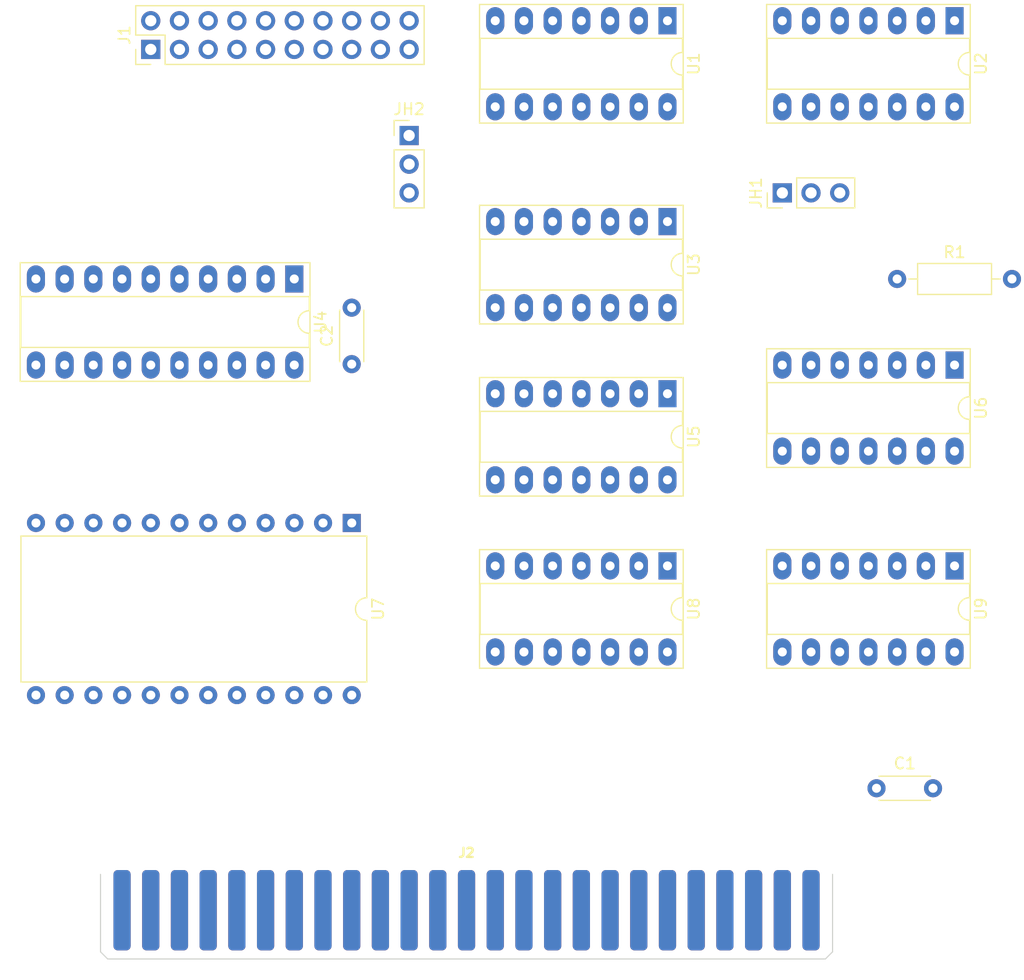
<source format=kicad_pcb>
(kicad_pcb (version 20221018) (generator pcbnew)
  (layers (0 "F.Cu" signal) (31 "B.Cu" signal) (34 "B.Paste" user) (35 "F.Paste" user) (36 "B.SilkS" user "B.Silkscreen") (37 "F.SilkS" user "F.Silkscreen") (38 "B.Mask" user) (39 "F.Mask" user) (44 "Edge.Cuts" user))
  (net 0 "")
  (net 1 "+5V")
  (net 2 "GND")
  (net 3 "/PRT_ACK")
  (net 4 "/PRT_STROBE")
  (net 5 "/PRT_D0")
  (net 6 "/PRT_D1")
  (net 12 "/PRT_D2")
  (net 14 "/PRT_D3")
  (net 15 "/PRT_D4")
  (net 16 "/PRT_D5")
  (net 17 "/PRT_D6")
  (net 18 "/PRT_D7")
  (net 19 "/~{IOSEL}")
  (net 20 "/A0")
  (net 21 "/A1")
  (net 24 "/A2")
  (net 25 "/A3")
  (net 26 "/A4")
  (net 27 "/A5")
  (net 28 "/A6")
  (net 29 "/A7")
  (net 30 "/A8")
  (net 31 "/A9")
  (net 32 "/A10")
  (net 33 "/A11")
  (net 34 "/R~{W}")
  (net 35 "/~{IOSTRB}")
  (net 36 "~{INTPASS}")
  (net 37 "~{DMAPASS}")
  (net 42 "/~{RES}")
  (net 44 "/Q3")
  (net 47 "/PHI1")
  (net 48 "/~{DEVSEL}")
  (net 49 "/D7")
  (net 50 "/D6")
  (net 51 "/D5")
  (net 52 "/D4")
  (net 55 "/D3")
  (net 61 "/D2")
  (net 62 "/D1")
  (net 65 "/D0")
  (net 66 "Net-(JH1-Pin_1)")
  (net 67 "Net-(JH1-Pin_2)")
  (net 68 "Net-(JH2-Pin_1)")
  (net 69 "Net-(JH2-Pin_2)")
  (net 70 "Net-(U1A-D)")
  (net 71 "Net-(U1A-~{R})")
  (net 72 "Net-(U1A-Q)")
  (net 73 "Net-(U2A-Q)")
  (net 75 "Net-(U3-Pad1)")
  (net 76 "Net-(U3-Pad10)")
  (net 77 "Net-(U3-Pad3)")
  (net 78 "Net-(U3-Pad12)")
  (net 79 "Net-(U3-Pad9)")
  (net 80 "/~{ROMEN}")
  (net 81 "Net-(U6-Pad6)")
  (net 82 "Net-(U7-A6)")
  (net 83 "Net-(U7-A10)")
  (net 84 "Net-(U7-~{OE})")
  (net 85 "Net-(U7-A9)")
  (net 86 "Net-(U7-A8)")
  (net 87 "Net-(U8-Pad2)")
  (net 89 "Net-(U9-Pad11)")
  (footprint "Package_DIP:DIP-20_W7.62mm_Socket_LongPads" (layer "F.Cu") (at 132.08 88.9 -90)
    (fp_text reference "U4" (at 3.81 -2.33 90) (layer "F.SilkS"))
    (fp_text value "74LS374")
    (fp_line (start -1.44 -1.39) (end -1.44 24.25) (stroke (width 0.12)) (layer "F.SilkS"))
    (fp_line (start -1.44 24.25) (end 9.06 24.25) (stroke (width 0.12)) (layer "F.SilkS"))
    (fp_line (start 1.56 -1.33) (end 1.56 24.19) (stroke (width 0.12)) (layer "F.SilkS"))
    (fp_line (start 1.56 24.19) (end 6.06 24.19) (stroke (width 0.12)) (layer "F.SilkS"))
    (fp_line (start 2.81 -1.33) (end 1.56 -1.33) (stroke (width 0.12)) (layer "F.SilkS"))
    (fp_line (start 6.06 -1.33) (end 4.81 -1.33) (stroke (width 0.12)) (layer "F.SilkS"))
    (fp_line (start 6.06 24.19) (end 6.06 -1.33) (stroke (width 0.12)) (layer "F.SilkS"))
    (fp_line (start 9.06 -1.39) (end -1.44 -1.39) (stroke (width 0.12)) (layer "F.SilkS"))
    (fp_line (start 9.06 24.25) (end 9.06 -1.39) (stroke (width 0.12)) (layer "F.SilkS"))
    (fp_arc (start 4.81 -1.33) (mid 3.81 -0.33) (end 2.81 -1.33) (stroke (width 0.12)) (layer "F.SilkS"))
    (pad "1" thru_hole rect (at 0 0 270) (size 2.4 1.6) (drill 0.8) (layers "*.Cu" "*.Mask") (net 2 "GND"))
    (pad "2" thru_hole oval (at 0 2.54 270) (size 2.4 1.6) (drill 0.8) (layers "*.Cu" "*.Mask") (net 17 "/PRT_D6"))
    (pad "3" thru_hole oval (at 0 5.08 270) (size 2.4 1.6) (drill 0.8) (layers "*.Cu" "*.Mask") (net 50 "/D6"))
    (pad "4" thru_hole oval (at 0 7.62 270) (size 2.4 1.6) (drill 0.8) (layers "*.Cu" "*.Mask") (net 52 "/D4"))
    (pad "5" thru_hole oval (at 0 10.16 270) (size 2.4 1.6) (drill 0.8) (layers "*.Cu" "*.Mask") (net 15 "/PRT_D4"))
    (pad "6" thru_hole oval (at 0 12.7 270) (size 2.4 1.6) (drill 0.8) (layers "*.Cu" "*.Mask") (net 14 "/PRT_D3"))
    (pad "7" thru_hole oval (at 0 15.24 270) (size 2.4 1.6) (drill 0.8) (layers "*.Cu" "*.Mask") (net 55 "/D3"))
    (pad "8" thru_hole oval (at 0 17.78 270) (size 2.4 1.6) (drill 0.8) (layers "*.Cu" "*.Mask") (net 61 "/D2"))
    (pad "9" thru_hole oval (at 0 20.32 270) (size 2.4 1.6) (drill 0.8) (layers "*.Cu" "*.Mask") (net 12 "/PRT_D2"))
    (pad "10" thru_hole oval (at 0 22.86 270) (size 2.4 1.6) (drill 0.8) (layers "*.Cu" "*.Mask") (net 2 "GND"))
    (pad "11" thru_hole oval (at 7.62 22.86 270) (size 2.4 1.6) (drill 0.8) (layers "*.Cu" "*.Mask") (net 48 "/~{DEVSEL}"))
    (pad "12" thru_hole oval (at 7.62 20.32 270) (size 2.4 1.6) (drill 0.8) (layers "*.Cu" "*.Mask") (net 6 "/PRT_D1"))
    (pad "13" thru_hole oval (at 7.62 17.78 270) (size 2.4 1.6) (drill 0.8) (layers "*.Cu" "*.Mask") (net 62 "/D1"))
    (pad "14" thru_hole oval (at 7.62 15.24 270) (size 2.4 1.6) (drill 0.8) (layers "*.Cu" "*.Mask") (net 65 "/D0"))
    (pad "15" thru_hole oval (at 7.62 12.7 270) (size 2.4 1.6) (drill 0.8) (layers "*.Cu" "*.Mask") (net 5 "/PRT_D0"))
    (pad "16" thru_hole oval (at 7.62 10.16 270) (size 2.4 1.6) (drill 0.8) (layers "*.Cu" "*.Mask") (net 16 "/PRT_D5"))
    (pad "17" thru_hole oval (at 7.62 7.62 270) (size 2.4 1.6) (drill 0.8) (layers "*.Cu" "*.Mask") (net 51 "/D5"))
    (pad "18" thru_hole oval (at 7.62 5.08 270) (size 2.4 1.6) (drill 0.8) (layers "*.Cu" "*.Mask") (net 49 "/D7"))
    (pad "19" thru_hole oval (at 7.62 2.54 270) (size 2.4 1.6) (drill 0.8) (layers "*.Cu" "*.Mask") (net 18 "/PRT_D7"))
    (pad "20" thru_hole oval (at 7.62 0 270) (size 2.4 1.6) (drill 0.8) (layers "*.Cu" "*.Mask") (net 1 "+5V"))
  )
  (footprint "Package_DIP:DIP-14_W7.62mm_Socket_LongPads" (layer "F.Cu") (at 165.1 99.06 -90)
    (fp_text reference "U5" (at 3.81 -2.33 90) (layer "F.SilkS"))
    (fp_text value "74LS30")
    (fp_line (start -1.44 -1.39) (end -1.44 16.63) (stroke (width 0.12)) (layer "F.SilkS"))
    (fp_line (start -1.44 16.63) (end 9.06 16.63) (stroke (width 0.12)) (layer "F.SilkS"))
    (fp_line (start 1.56 -1.33) (end 1.56 16.57) (stroke (width 0.12)) (layer "F.SilkS"))
    (fp_line (start 1.56 16.57) (end 6.06 16.57) (stroke (width 0.12)) (layer "F.SilkS"))
    (fp_line (start 2.81 -1.33) (end 1.56 -1.33) (stroke (width 0.12)) (layer "F.SilkS"))
    (fp_line (start 6.06 -1.33) (end 4.81 -1.33) (stroke (width 0.12)) (layer "F.SilkS"))
    (fp_line (start 6.06 16.57) (end 6.06 -1.33) (stroke (width 0.12)) (layer "F.SilkS"))
    (fp_line (start 9.06 -1.39) (end -1.44 -1.39) (stroke (width 0.12)) (layer "F.SilkS"))
    (fp_line (start 9.06 16.63) (end 9.06 -1.39) (stroke (width 0.12)) (layer "F.SilkS"))
    (fp_arc (start 4.81 -1.33) (mid 3.81 -0.33) (end 2.81 -1.33) (stroke (width 0.12)) (layer "F.SilkS"))
    (pad "1" thru_hole rect (at 0 0 270) (size 2.4 1.6) (drill 0.8) (layers "*.Cu" "*.Mask") (net 28 "/A6"))
    (pad "2" thru_hole oval (at 0 2.54 270) (size 2.4 1.6) (drill 0.8) (layers "*.Cu" "*.Mask") (net 30 "/A8"))
    (pad "3" thru_hole oval (at 0 5.08 270) (size 2.4 1.6) (drill 0.8) (layers "*.Cu" "*.Mask") (net 75 "Net-(U3-Pad1)"))
    (pad "4" thru_hole oval (at 0 7.62 270) (size 2.4 1.6) (drill 0.8) (layers "*.Cu" "*.Mask") (net 29 "/A7"))
    (pad "5" thru_hole oval (at 0 10.16 270) (size 2.4 1.6) (drill 0.8) (layers "*.Cu" "*.Mask") (net 27 "/A5"))
    (pad "6" thru_hole oval (at 0 12.7 270) (size 2.4 1.6) (drill 0.8) (layers "*.Cu" "*.Mask") (net 26 "/A4"))
    (pad "7" thru_hole oval (at 0 15.24 270) (size 2.4 1.6) (drill 0.8) (layers "*.Cu" "*.Mask") (net 2 "GND"))
    (pad "8" thru_hole oval (at 7.62 15.24 270) (size 2.4 1.6) (drill 0.8) (layers "*.Cu" "*.Mask") (net 79 "Net-(U3-Pad9)"))
    (pad "9" thru_hole oval (at 7.62 12.7 270) (size 2.4 1.6) (drill 0.8) (layers "*.Cu" "*.Mask"))
    (pad "10" thru_hole oval (at 7.62 10.16 270) (size 2.4 1.6) (drill 0.8) (layers "*.Cu" "*.Mask"))
    (pad "11" thru_hole oval (at 7.62 7.62 270) (size 2.4 1.6) (drill 0.8) (layers "*.Cu" "*.Mask") (net 31 "/A9"))
    (pad "12" thru_hole oval (at 7.62 5.08 270) (size 2.4 1.6) (drill 0.8) (layers "*.Cu" "*.Mask") (net 32 "/A10"))
    (pad "13" thru_hole oval (at 7.62 2.54 270) (size 2.4 1.6) (drill 0.8) (layers "*.Cu" "*.Mask"))
    (pad "14" thru_hole oval (at 7.62 0 270) (size 2.4 1.6) (drill 0.8) (layers "*.Cu" "*.Mask") (net 1 "+5V"))
  )
  (footprint "Connector_PinHeader_2.54mm:PinHeader_2x10_P2.54mm_Vertical" (layer "F.Cu") (at 119.38 68.58 90)
    (fp_text reference "J1" (at 1.27 -2.33 90) (layer "F.SilkS"))
    (fp_text value "Conn_02x10_Odd_Even" hide)
    (fp_line (start -1.33 -1.33) (end 0 -1.33) (stroke (width 0.12)) (layer "F.SilkS"))
    (fp_line (start -1.33 0) (end -1.33 -1.33) (stroke (width 0.12)) (layer "F.SilkS"))
    (fp_line (start -1.33 1.27) (end -1.33 24.19) (stroke (width 0.12)) (layer "F.SilkS"))
    (fp_line (start -1.33 1.27) (end 1.27 1.27) (stroke (width 0.12)) (layer "F.SilkS"))
    (fp_line (start -1.33 24.19) (end 3.87 24.19) (stroke (width 0.12)) (layer "F.SilkS"))
    (fp_line (start 1.27 -1.33) (end 3.87 -1.33) (stroke (width 0.12)) (layer "F.SilkS"))
    (fp_line (start 1.27 1.27) (end 1.27 -1.33) (stroke (width 0.12)) (layer "F.SilkS"))
    (fp_line (start 3.87 -1.33) (end 3.87 24.19) (stroke (width 0.12)) (layer "F.SilkS"))
    (pad "1" thru_hole rect (at 0 0 90) (size 1.7 1.7) (drill 1) (layers "*.Cu" "*.Mask") (net 2 "GND"))
    (pad "2" thru_hole oval (at 2.54 0 90) (size 1.7 1.7) (drill 1) (layers "*.Cu" "*.Mask") (net 3 "/PRT_ACK"))
    (pad "3" thru_hole oval (at 0 2.54 90) (size 1.7 1.7) (drill 1) (layers "*.Cu" "*.Mask"))
    (pad "4" thru_hole oval (at 2.54 2.54 90) (size 1.7 1.7) (drill 1) (layers "*.Cu" "*.Mask"))
    (pad "5" thru_hole oval (at 0 5.08 90) (size 1.7 1.7) (drill 1) (layers "*.Cu" "*.Mask"))
    (pad "6" thru_hole oval (at 2.54 5.08 90) (size 1.7 1.7) (drill 1) (layers "*.Cu" "*.Mask"))
    (pad "7" thru_hole oval (at 0 7.62 90) (size 1.7 1.7) (drill 1) (layers "*.Cu" "*.Mask"))
    (pad "8" thru_hole oval (at 2.54 7.62 90) (size 1.7 1.7) (drill 1) (layers "*.Cu" "*.Mask") (net 4 "/PRT_STROBE"))
    (pad "9" thru_hole oval (at 0 10.16 90) (size 1.7 1.7) (drill 1) (layers "*.Cu" "*.Mask"))
    (pad "10" thru_hole oval (at 2.54 10.16 90) (size 1.7 1.7) (drill 1) (layers "*.Cu" "*.Mask") (net 5 "/PRT_D0"))
    (pad "11" thru_hole oval (at 0 12.7 90) (size 1.7 1.7) (drill 1) (layers "*.Cu" "*.Mask") (net 6 "/PRT_D1"))
    (pad "12" thru_hole oval (at 2.54 12.7 90) (size 1.7 1.7) (drill 1) (layers "*.Cu" "*.Mask") (net 12 "/PRT_D2"))
    (pad "13" thru_hole oval (at 0 15.24 90) (size 1.7 1.7) (drill 1) (layers "*.Cu" "*.Mask") (net 14 "/PRT_D3"))
    (pad "14" thru_hole oval (at 2.54 15.24 90) (size 1.7 1.7) (drill 1) (layers "*.Cu" "*.Mask") (net 15 "/PRT_D4"))
    (pad "15" thru_hole oval (at 0 17.78 90) (size 1.7 1.7) (drill 1) (layers "*.Cu" "*.Mask") (net 16 "/PRT_D5"))
    (pad "16" thru_hole oval (at 2.54 17.78 90) (size 1.7 1.7) (drill 1) (layers "*.Cu" "*.Mask") (net 17 "/PRT_D6"))
    (pad "17" thru_hole oval (at 0 20.32 90) (size 1.7 1.7) (drill 1) (layers "*.Cu" "*.Mask") (net 18 "/PRT_D7"))
    (pad "18" thru_hole oval (at 2.54 20.32 90) (size 1.7 1.7) (drill 1) (layers "*.Cu" "*.Mask"))
    (pad "19" thru_hole oval (at 0 22.86 90) (size 1.7 1.7) (drill 1) (layers "*.Cu" "*.Mask"))
    (pad "20" thru_hole oval (at 2.54 22.86 90) (size 1.7 1.7) (drill 1) (layers "*.Cu" "*.Mask") (net 2 "GND"))
  )
  (footprint "Apple:AppleIIBus_Edge" (layer "F.Cu") (at 147.32 144.78)
    (fp_text reference "J2" (at 0 -5.08) (layer "F.SilkS") (effects (font (size 0.8128 0.8128) (thickness 0.2032))))
    (fp_text value "AppleIIBus" hide)
    (fp_line (start -32.385 3.683) (end -32.385 -3.175) (stroke (width 0.1)) (layer "Edge.Cuts"))
    (fp_line (start -31.75 4.318) (end -32.385 3.683) (stroke (width 0.1)) (layer "Edge.Cuts"))
    (fp_line (start 31.75 4.318) (end -31.75 4.318) (stroke (width 0.1)) (layer "Edge.Cuts"))
    (fp_line (start 31.75 4.318) (end 32.385 3.683) (stroke (width 0.1)) (layer "Edge.Cuts"))
    (fp_line (start 32.385 -3.175) (end 32.385 3.683) (stroke (width 0.1)) (layer "Edge.Cuts"))
    (pad "1" connect roundrect (at -30.48 0 180) (size 1.524 7.112) (layers "F.Cu" "F.Mask") (net 19 "/~{IOSEL}"))
    (pad "2" connect roundrect (at -27.94 0 180) (size 1.524 7.112) (layers "F.Cu" "F.Mask") (net 20 "/A0"))
    (pad "3" connect roundrect (at -25.4 0 180) (size 1.524 7.112) (layers "F.Cu" "F.Mask") (net 21 "/A1"))
    (pad "4" connect roundrect (at -22.86 0 180) (size 1.524 7.112) (layers "F.Cu" "F.Mask") (net 24 "/A2"))
    (pad "5" connect roundrect (at -20.32 0 180) (size 1.524 7.112) (layers "F.Cu" "F.Mask") (net 25 "/A3"))
    (pad "6" connect roundrect (at -17.78 0 180) (size 1.524 7.112) (layers "F.Cu" "F.Mask") (net 26 "/A4"))
    (pad "7" connect roundrect (at -15.24 0 180) (size 1.524 7.112) (layers "F.Cu" "F.Mask") (net 27 "/A5"))
    (pad "8" connect roundrect (at -12.7 0 180) (size 1.524 7.112) (layers "F.Cu" "F.Mask") (net 28 "/A6"))
    (pad "9" connect roundrect (at -10.16 0 180) (size 1.524 7.112) (layers "F.Cu" "F.Mask") (net 29 "/A7"))
    (pad "10" connect roundrect (at -7.62 0 180) (size 1.524 7.112) (layers "F.Cu" "F.Mask") (net 30 "/A8"))
    (pad "11" connect roundrect (at -5.08 0 180) (size 1.524 7.112) (layers "F.Cu" "F.Mask") (net 31 "/A9"))
    (pad "12" connect roundrect (at -2.54 0 180) (size 1.524 7.112) (layers "F.Cu" "F.Mask") (net 32 "/A10"))
    (pad "13" connect roundrect (at 0 0 180) (size 1.524 7.112) (layers "F.Cu" "F.Mask") (net 33 "/A11"))
    (pad "14" connect roundrect (at 2.54 0 180) (size 1.524 7.112) (layers "F.Cu" "F.Mask"))
    (pad "15" connect roundrect (at 5.08 0 180) (size 1.524 7.112) (layers "F.Cu" "F.Mask"))
    (pad "16" connect roundrect (at 7.62 0 180) (size 1.524 7.112) (layers "F.Cu" "F.Mask"))
    (pad "17" connect roundrect (at 10.16 0 180) (size 1.524 7.112) (layers "F.Cu" "F.Mask"))
    (pad "18" connect roundrect (at 12.7 0 180) (size 1.524 7.112) (layers "F.Cu" "F.Mask") (net 34 "/R~{W}"))
    (pad "19" connect roundrect (at 15.24 0 180) (size 1.524 7.112) (layers "F.Cu" "F.Mask"))
    (pad "20" connect roundrect (at 17.78 0 180) (size 1.524 7.112) (layers "F.Cu" "F.Mask") (net 35 "/~{IOSTRB}"))
    (pad "21" connect roundrect (at 20.32 0 180) (size 1.524 7.112) (layers "F.Cu" "F.Mask"))
    (pad "22" connect roundrect (at 22.86 0 180) (size 1.524 7.112) (layers "F.Cu" "F.Mask"))
    (pad "23" connect roundrect (at 25.4 0 180) (size 1.524 7.112) (layers "F.Cu" "F.Mask") (net 36 "~{INTPASS}"))
    (pad "24" connect roundrect (at 27.94 0 180) (size 1.524 7.112) (layers "F.Cu" "F.Mask") (net 37 "~{DMAPASS}"))
    (pad "25" connect roundrect (at 30.48 0 180) (size 1.524 7.112) (layers "F.Cu" "F.Mask") (net 1 "+5V"))
    (pad "26" connect roundrect (at 30.48 0 180) (size 1.524 7.112) (layers "B.Cu" "B.Mask") (net 2 "GND"))
    (pad "27" connect roundrect (at 27.94 0 180) (size 1.524 7.112) (layers "B.Cu" "B.Mask") (net 37 "~{DMAPASS}"))
    (pad "28" connect roundrect (at 25.4 0 180) (size 1.524 7.112) (layers "B.Cu" "B.Mask") (net 36 "~{INTPASS}"))
    (pad "29" connect roundrect (at 22.86 0 180) (size 1.524 7.112) (layers "B.Cu" "B.Mask"))
    (pad "30" connect roundrect (at 20.32 0 180) (size 1.524 7.112) (layers "B.Cu" "B.Mask"))
    (pad "31" connect roundrect (at 17.78 0 180) (size 1.524 7.112) (layers "B.Cu" "B.Mask") (net 42 "/~{RES}"))
    (pad "32" connect roundrect (at 15.24 0 180) (size 1.524 7.112) (layers "B.Cu" "B.Mask"))
    (pad "33" connect roundrect (at 12.7 0 180) (size 1.524 7.112) (layers "B.Cu" "B.Mask"))
    (pad "34" connect roundrect (at 10.16 0 180) (size 1.524 7.112) (layers "B.Cu" "B.Mask"))
    (pad "35" connect roundrect (at 7.62 0 180) (size 1.524 7.112) (layers "B.Cu" "B.Mask"))
    (pad "36" connect roundrect (at 5.08 0 180) (size 1.524 7.112) (layers "B.Cu" "B.Mask"))
    (pad "37" connect roundrect (at 2.54 0 180) (size 1.524 7.112) (layers "B.Cu" "B.Mask") (net 44 "/Q3"))
    (pad "38" connect roundrect (at 0 0 180) (size 1.524 7.112) (layers "B.Cu" "B.Mask") (net 47 "/PHI1"))
    (pad "39" connect roundrect (at -2.54 0 180) (size 1.524 7.112) (layers "B.Cu" "B.Mask"))
    (pad "40" connect roundrect (at -5.08 0 180) (size 1.524 7.112) (layers "B.Cu" "B.Mask"))
    (pad "41" connect roundrect (at -7.62 0 180) (size 1.524 7.112) (layers "B.Cu" "B.Mask") (net 48 "/~{DEVSEL}"))
    (pad "42" connect roundrect (at -10.16 0 180) (size 1.524 7.112) (layers "B.Cu" "B.Mask") (net 49 "/D7"))
    (pad "43" connect roundrect (at -12.7 0 180) (size 1.524 7.112) (layers "B.Cu" "B.Mask") (net 50 "/D6"))
    (pad "44" connect roundrect (at -15.24 0 180) (size 1.524 7.112) (layers "B.Cu" "B.Mask") (net 51 "/D5"))
    (pad "45" connect roundrect (at -17.78 0 180) (size 1.524 7.112) (layers "B.Cu" "B.Mask") (net 52 "/D4"))
    (pad "46" connect roundrect (at -20.32 0 180) (size 1.524 7.112) (layers "B.Cu" "B.Mask") (net 55 "/D3"))
    (pad "47" connect roundrect (at -22.86 0 180) (size 1.524 7.112) (layers "B.Cu" "B.Mask") (net 61 "/D2"))
    (pad "48" connect roundrect (at -25.4 0 180) (size 1.524 7.112) (layers "B.Cu" "B.Mask") (net 62 "/D1"))
    (pad "49" connect roundrect (at -27.94 0 180) (size 1.524 7.112) (layers "B.Cu" "B.Mask") (net 65 "/D0"))
    (pad "50" connect roundrect (at -30.48 0 180) (size 1.524 7.112) (layers "B.Cu" "B.Mask"))
  )
  (footprint "Package_DIP:DIP-24_W15.24mm" (layer "F.Cu") (at 137.165 110.5 -90)
    (fp_text reference "U7" (at 7.62 -2.33 90) (layer "F.SilkS"))
    (fp_text value "27C64")
    (fp_line (start 1.16 -1.33) (end 1.16 29.27) (stroke (width 0.12)) (layer "F.SilkS"))
    (fp_line (start 1.16 29.27) (end 14.08 29.27) (stroke (width 0.12)) (layer "F.SilkS"))
    (fp_line (start 6.62 -1.33) (end 1.16 -1.33) (stroke (width 0.12)) (layer "F.SilkS"))
    (fp_line (start 14.08 -1.33) (end 8.62 -1.33) (stroke (width 0.12)) (layer "F.SilkS"))
    (fp_line (start 14.08 29.27) (end 14.08 -1.33) (stroke (width 0.12)) (layer "F.SilkS"))
    (fp_arc (start 8.62 -1.33) (mid 7.62 -0.33) (end 6.62 -1.33) (stroke (width 0.12)) (layer "F.SilkS"))
    (pad "1" thru_hole rect (at 0 0 270) (size 1.6 1.6) (drill 0.8) (layers "*.Cu" "*.Mask") (net 29 "/A7"))
    (pad "2" thru_hole oval (at 0 2.54 270) (size 1.6 1.6) (drill 0.8) (layers "*.Cu" "*.Mask") (net 82 "Net-(U7-A6)"))
    (pad "3" thru_hole oval (at 0 5.08 270) (size 1.6 1.6) (drill 0.8) (layers "*.Cu" "*.Mask") (net 27 "/A5"))
    (pad "4" thru_hole oval (at 0 7.62 270) (size 1.6 1.6) (drill 0.8) (layers "*.Cu" "*.Mask") (net 26 "/A4"))
    (pad "5" thru_hole oval (at 0 10.16 270) (size 1.6 1.6) (drill 0.8) (layers "*.Cu" "*.Mask") (net 25 "/A3"))
    (pad "6" thru_hole oval (at 0 12.7 270) (size 1.6 1.6) (drill 0.8) (layers "*.Cu" "*.Mask") (net 24 "/A2"))
    (pad "7" thru_hole oval (at 0 15.24 270) (size 1.6 1.6) (drill 0.8) (layers "*.Cu" "*.Mask") (net 21 "/A1"))
    (pad "8" thru_hole oval (at 0 17.78 270) (size 1.6 1.6) (drill 0.8) (layers "*.Cu" "*.Mask") (net 20 "/A0"))
    (pad "9" thru_hole oval (at 0 20.32 270) (size 1.6 1.6) (drill 0.8) (layers "*.Cu" "*.Mask") (net 65 "/D0"))
    (pad "10" thru_hole oval (at 0 22.86 270) (size 1.6 1.6) (drill 0.8) (layers "*.Cu" "*.Mask") (net 62 "/D1"))
    (pad "11" thru_hole oval (at 0 25.4 270) (size 1.6 1.6) (drill 0.8) (layers "*.Cu" "*.Mask") (net 61 "/D2"))
    (pad "12" thru_hole oval (at 0 27.94 270) (size 1.6 1.6) (drill 0.8) (layers "*.Cu" "*.Mask") (net 2 "GND"))
    (pad "13" thru_hole oval (at 15.24 27.94 270) (size 1.6 1.6) (drill 0.8) (layers "*.Cu" "*.Mask") (net 55 "/D3"))
    (pad "14" thru_hole oval (at 15.24 25.4 270) (size 1.6 1.6) (drill 0.8) (layers "*.Cu" "*.Mask") (net 52 "/D4"))
    (pad "15" thru_hole oval (at 15.24 22.86 270) (size 1.6 1.6) (drill 0.8) (layers "*.Cu" "*.Mask") (net 51 "/D5"))
    (pad "16" thru_hole oval (at 15.24 20.32 270) (size 1.6 1.6) (drill 0.8) (layers "*.Cu" "*.Mask") (net 50 "/D6"))
    (pad "17" thru_hole oval (at 15.24 17.78 270) (size 1.6 1.6) (drill 0.8) (layers "*.Cu" "*.Mask") (net 49 "/D7"))
    (pad "18" thru_hole oval (at 15.24 15.24 270) (size 1.6 1.6) (drill 0.8) (layers "*.Cu" "*.Mask") (net 80 "/~{ROMEN}"))
    (pad "19" thru_hole oval (at 15.24 12.7 270) (size 1.6 1.6) (drill 0.8) (layers "*.Cu" "*.Mask") (net 83 "Net-(U7-A10)"))
    (pad "20" thru_hole oval (at 15.24 10.16 270) (size 1.6 1.6) (drill 0.8) (layers "*.Cu" "*.Mask") (net 84 "Net-(U7-~{OE})"))
    (pad "21" thru_hole oval (at 15.24 7.62 270) (size 1.6 1.6) (drill 0.8) (layers "*.Cu" "*.Mask") (net 1 "+5V"))
    (pad "22" thru_hole oval (at 15.24 5.08 270) (size 1.6 1.6) (drill 0.8) (layers "*.Cu" "*.Mask") (net 85 "Net-(U7-A9)"))
    (pad "23" thru_hole oval (at 15.24 2.54 270) (size 1.6 1.6) (drill 0.8) (layers "*.Cu" "*.Mask") (net 86 "Net-(U7-A8)"))
    (pad "24" thru_hole oval (at 15.24 0 270) (size 1.6 1.6) (drill 0.8) (layers "*.Cu" "*.Mask") (net 1 "+5V"))
  )
  (footprint "Connector_PinHeader_2.54mm:PinHeader_1x03_P2.54mm_Vertical" (layer "F.Cu") (at 175.26 81.28 90)
    (fp_text reference "JH1" (at 0 -2.33 90) (layer "F.SilkS"))
    (fp_text value "AckPol" hide)
    (fp_line (start -1.33 -1.33) (end 0 -1.33) (stroke (width 0.12)) (layer "F.SilkS"))
    (fp_line (start -1.33 0) (end -1.33 -1.33) (stroke (width 0.12)) (layer "F.SilkS"))
    (fp_line (start -1.33 1.27) (end -1.33 6.41) (stroke (width 0.12)) (layer "F.SilkS"))
    (fp_line (start -1.33 1.27) (end 1.33 1.27) (stroke (width 0.12)) (layer "F.SilkS"))
    (fp_line (start -1.33 6.41) (end 1.33 6.41) (stroke (width 0.12)) (layer "F.SilkS"))
    (fp_line (start 1.33 1.27) (end 1.33 6.41) (stroke (width 0.12)) (layer "F.SilkS"))
    (pad "1" thru_hole rect (at 0 0 90) (size 1.7 1.7) (drill 1) (layers "*.Cu" "*.Mask") (net 66 "Net-(JH1-Pin_1)"))
    (pad "2" thru_hole oval (at 0 2.54 90) (size 1.7 1.7) (drill 1) (layers "*.Cu" "*.Mask") (net 67 "Net-(JH1-Pin_2)"))
    (pad "3" thru_hole oval (at 0 5.08 90) (size 1.7 1.7) (drill 1) (layers "*.Cu" "*.Mask") (net 67 "Net-(JH1-Pin_2)"))
  )
  (footprint "Package_DIP:DIP-14_W7.62mm_Socket_LongPads" (layer "F.Cu") (at 190.5 114.3 -90)
    (fp_text reference "U9" (at 3.81 -2.33 90) (layer "F.SilkS"))
    (fp_text value "74LS00")
    (fp_line (start -1.44 -1.39) (end -1.44 16.63) (stroke (width 0.12)) (layer "F.SilkS"))
    (fp_line (start -1.44 16.63) (end 9.06 16.63) (stroke (width 0.12)) (layer "F.SilkS"))
    (fp_line (start 1.56 -1.33) (end 1.56 16.57) (stroke (width 0.12)) (layer "F.SilkS"))
    (fp_line (start 1.56 16.57) (end 6.06 16.57) (stroke (width 0.12)) (layer "F.SilkS"))
    (fp_line (start 2.81 -1.33) (end 1.56 -1.33) (stroke (width 0.12)) (layer "F.SilkS"))
    (fp_line (start 6.06 -1.33) (end 4.81 -1.33) (stroke (width 0.12)) (layer "F.SilkS"))
    (fp_line (start 6.06 16.57) (end 6.06 -1.33) (stroke (width 0.12)) (layer "F.SilkS"))
    (fp_line (start 9.06 -1.39) (end -1.44 -1.39) (stroke (width 0.12)) (layer "F.SilkS"))
    (fp_line (start 9.06 16.63) (end 9.06 -1.39) (stroke (width 0.12)) (layer "F.SilkS"))
    (fp_arc (start 4.81 -1.33) (mid 3.81 -0.33) (end 2.81 -1.33) (stroke (width 0.12)) (layer "F.SilkS"))
    (pad "1" thru_hole rect (at 0 0 270) (size 2.4 1.6) (drill 0.8) (layers "*.Cu" "*.Mask") (net 35 "/~{IOSTRB}"))
    (pad "2" thru_hole oval (at 0 2.54 270) (size 2.4 1.6) (drill 0.8) (layers "*.Cu" "*.Mask") (net 81 "Net-(U6-Pad6)"))
    (pad "3" thru_hole oval (at 0 5.08 270) (size 2.4 1.6) (drill 0.8) (layers "*.Cu" "*.Mask") (net 87 "Net-(U8-Pad2)"))
    (pad "4" thru_hole oval (at 0 7.62 270) (size 2.4 1.6) (drill 0.8) (layers "*.Cu" "*.Mask") (net 89 "Net-(U9-Pad11)"))
    (pad "5" thru_hole oval (at 0 10.16 270) (size 2.4 1.6) (drill 0.8) (layers "*.Cu" "*.Mask") (net 34 "/R~{W}"))
    (pad "6" thru_hole oval (at 0 12.7 270) (size 2.4 1.6) (drill 0.8) (layers "*.Cu" "*.Mask") (net 84 "Net-(U7-~{OE})"))
    (pad "7" thru_hole oval (at 0 15.24 270) (size 2.4 1.6) (drill 0.8) (layers "*.Cu" "*.Mask") (net 2 "GND"))
    (pad "8" thru_hole oval (at 7.62 15.24 270) (size 2.4 1.6) (drill 0.8) (layers "*.Cu" "*.Mask") (net 75 "Net-(U3-Pad1)"))
    (pad "9" thru_hole oval (at 7.62 12.7 270) (size 2.4 1.6) (drill 0.8) (layers "*.Cu" "*.Mask") (net 35 "/~{IOSTRB}"))
    (pad "10" thru_hole oval (at 7.62 10.16 270) (size 2.4 1.6) (drill 0.8) (layers "*.Cu" "*.Mask") (net 1 "+5V"))
    (pad "11" thru_hole oval (at 7.62 7.62 270) (size 2.4 1.6) (drill 0.8) (layers "*.Cu" "*.Mask") (net 89 "Net-(U9-Pad11)"))
    (pad "12" thru_hole oval (at 7.62 5.08 270) (size 2.4 1.6) (drill 0.8) (layers "*.Cu" "*.Mask") (net 44 "/Q3"))
    (pad "13" thru_hole oval (at 7.62 2.54 270) (size 2.4 1.6) (drill 0.8) (layers "*.Cu" "*.Mask") (net 1 "+5V"))
    (pad "14" thru_hole oval (at 7.62 0 270) (size 2.4 1.6) (drill 0.8) (layers "*.Cu" "*.Mask") (net 1 "+5V"))
  )
  (footprint "Package_DIP:DIP-14_W7.62mm_Socket_LongPads" (layer "F.Cu") (at 165.1 66.04 -90)
    (fp_text reference "U1" (at 3.81 -2.33 90) (layer "F.SilkS"))
    (fp_text value "74LS74")
    (fp_line (start -1.44 -1.39) (end -1.44 16.63) (stroke (width 0.12)) (layer "F.SilkS"))
    (fp_line (start -1.44 16.63) (end 9.06 16.63) (stroke (width 0.12)) (layer "F.SilkS"))
    (fp_line (start 1.56 -1.33) (end 1.56 16.57) (stroke (width 0.12)) (layer "F.SilkS"))
    (fp_line (start 1.56 16.57) (end 6.06 16.57) (stroke (width 0.12)) (layer "F.SilkS"))
    (fp_line (start 2.81 -1.33) (end 1.56 -1.33) (stroke (width 0.12)) (layer "F.SilkS"))
    (fp_line (start 6.06 -1.33) (end 4.81 -1.33) (stroke (width 0.12)) (layer "F.SilkS"))
    (fp_line (start 6.06 16.57) (end 6.06 -1.33) (stroke (width 0.12)) (layer "F.SilkS"))
    (fp_line (start 9.06 -1.39) (end -1.44 -1.39) (stroke (width 0.12)) (layer "F.SilkS"))
    (fp_line (start 9.06 16.63) (end 9.06 -1.39) (stroke (width 0.12)) (layer "F.SilkS"))
    (fp_arc (start 4.81 -1.33) (mid 3.81 -0.33) (end 2.81 -1.33) (stroke (width 0.12)) (layer "F.SilkS"))
    (pad "1" thru_hole rect (at 0 0 270) (size 2.4 1.6) (drill 0.8) (layers "*.Cu" "*.Mask") (net 71 "Net-(U1A-~{R})"))
    (pad "2" thru_hole oval (at 0 2.54 270) (size 2.4 1.6) (drill 0.8) (layers "*.Cu" "*.Mask") (net 70 "Net-(U1A-D)"))
    (pad "3" thru_hole oval (at 0 5.08 270) (size 2.4 1.6) (drill 0.8) (layers "*.Cu" "*.Mask") (net 48 "/~{DEVSEL}"))
    (pad "4" thru_hole oval (at 0 7.62 270) (size 2.4 1.6) (drill 0.8) (layers "*.Cu" "*.Mask") (net 70 "Net-(U1A-D)"))
    (pad "5" thru_hole oval (at 0 10.16 270) (size 2.4 1.6) (drill 0.8) (layers "*.Cu" "*.Mask") (net 72 "Net-(U1A-Q)"))
    (pad "6" thru_hole oval (at 0 12.7 270) (size 2.4 1.6) (drill 0.8) (layers "*.Cu" "*.Mask"))
    (pad "7" thru_hole oval (at 0 15.24 270) (size 2.4 1.6) (drill 0.8) (layers "*.Cu" "*.Mask") (net 2 "GND"))
    (pad "8" thru_hole oval (at 7.62 15.24 270) (size 2.4 1.6) (drill 0.8) (layers "*.Cu" "*.Mask") (net 68 "Net-(JH2-Pin_1)"))
    (pad "9" thru_hole oval (at 7.62 12.7 270) (size 2.4 1.6) (drill 0.8) (layers "*.Cu" "*.Mask") (net 69 "Net-(JH2-Pin_2)"))
    (pad "10" thru_hole oval (at 7.62 10.16 270) (size 2.4 1.6) (drill 0.8) (layers "*.Cu" "*.Mask") (net 70 "Net-(U1A-D)"))
    (pad "11" thru_hole oval (at 7.62 7.62 270) (size 2.4 1.6) (drill 0.8) (layers "*.Cu" "*.Mask") (net 47 "/PHI1"))
    (pad "12" thru_hole oval (at 7.62 5.08 270) (size 2.4 1.6) (drill 0.8) (layers "*.Cu" "*.Mask") (net 72 "Net-(U1A-Q)"))
    (pad "13" thru_hole oval (at 7.62 2.54 270) (size 2.4 1.6) (drill 0.8) (layers "*.Cu" "*.Mask") (net 42 "/~{RES}"))
    (pad "14" thru_hole oval (at 7.62 0 270) (size 2.4 1.6) (drill 0.8) (layers "*.Cu" "*.Mask") (net 1 "+5V"))
  )
  (footprint "Connector_PinHeader_2.54mm:PinHeader_1x03_P2.54mm_Vertical" (layer "F.Cu") (at 142.24 76.2)
    (fp_text reference "JH2" (at 0 -2.33) (layer "F.SilkS"))
    (fp_text value "StrobePol" hide)
    (fp_line (start -1.33 -1.33) (end 0 -1.33) (stroke (width 0.12)) (layer "F.SilkS"))
    (fp_line (start -1.33 0) (end -1.33 -1.33) (stroke (width 0.12)) (layer "F.SilkS"))
    (fp_line (start -1.33 1.27) (end -1.33 6.41) (stroke (width 0.12)) (layer "F.SilkS"))
    (fp_line (start -1.33 1.27) (end 1.33 1.27) (stroke (width 0.12)) (layer "F.SilkS"))
    (fp_line (start -1.33 6.41) (end 1.33 6.41) (stroke (width 0.12)) (layer "F.SilkS"))
    (fp_line (start 1.33 1.27) (end 1.33 6.41) (stroke (width 0.12)) (layer "F.SilkS"))
    (pad "1" thru_hole rect (at 0 0) (size 1.7 1.7) (drill 1) (layers "*.Cu" "*.Mask") (net 68 "Net-(JH2-Pin_1)"))
    (pad "2" thru_hole oval (at 0 2.54) (size 1.7 1.7) (drill 1) (layers "*.Cu" "*.Mask") (net 69 "Net-(JH2-Pin_2)"))
    (pad "3" thru_hole oval (at 0 5.08) (size 1.7 1.7) (drill 1) (layers "*.Cu" "*.Mask") (net 69 "Net-(JH2-Pin_2)"))
  )
  (footprint "Resistor_THT:R_Axial_DIN0207_L6.3mm_D2.5mm_P10.16mm_Horizontal" (layer "F.Cu") (at 185.42 88.9)
    (fp_text reference "R1" (at 5.08 -2.37) (layer "F.SilkS"))
    (fp_text value "5.5k")
    (fp_line (start 1.04 0) (end 1.81 0) (stroke (width 0.12)) (layer "F.SilkS"))
    (fp_line (start 1.81 -1.37) (end 1.81 1.37) (stroke (width 0.12)) (layer "F.SilkS"))
    (fp_line (start 1.81 1.37) (end 8.35 1.37) (stroke (width 0.12)) (layer "F.SilkS"))
    (fp_line (start 8.35 -1.37) (end 1.81 -1.37) (stroke (width 0.12)) (layer "F.SilkS"))
    (fp_line (start 8.35 1.37) (end 8.35 -1.37) (stroke (width 0.12)) (layer "F.SilkS"))
    (fp_line (start 9.12 0) (end 8.35 0) (stroke (width 0.12)) (layer "F.SilkS"))
    (pad "1" thru_hole circle (at 0 0) (size 1.6 1.6) (drill 0.8) (layers "*.Cu" "*.Mask") (net 1 "+5V"))
    (pad "2" thru_hole oval (at 10.16 0) (size 1.6 1.6) (drill 0.8) (layers "*.Cu" "*.Mask") (net 70 "Net-(U1A-D)"))
  )
  (footprint "Capacitor_THT:C_Disc_D4.3mm_W1.9mm_P5.00mm" (layer "F.Cu") (at 137.16 96.44 90)
    (fp_text reference "C2" (at 2.5 -2.2 90) (layer "F.SilkS"))
    (fp_text value "0.1µ")
    (fp_line (start 0.23 -1.07) (end 0.23 -1.055) (stroke (width 0.12)) (layer "F.SilkS"))
    (fp_line (start 0.23 -1.07) (end 4.77 -1.07) (stroke (width 0.12)) (layer "F.SilkS"))
    (fp_line (start 0.23 1.055) (end 0.23 1.07) (stroke (width 0.12)) (layer "F.SilkS"))
    (fp_line (start 0.23 1.07) (end 4.77 1.07) (stroke (width 0.12)) (layer "F.SilkS"))
    (fp_line (start 4.77 -1.07) (end 4.77 -1.055) (stroke (width 0.12)) (layer "F.SilkS"))
    (fp_line (start 4.77 1.055) (end 4.77 1.07) (stroke (width 0.12)) (layer "F.SilkS"))
    (pad "1" thru_hole circle (at 0 0 90) (size 1.6 1.6) (drill 0.8) (layers "*.Cu" "*.Mask") (net 1 "+5V"))
    (pad "2" thru_hole circle (at 5 0 90) (size 1.6 1.6) (drill 0.8) (layers "*.Cu" "*.Mask") (net 2 "GND"))
  )
  (footprint "Capacitor_THT:C_Disc_D4.3mm_W1.9mm_P5.00mm" (layer "F.Cu") (at 183.595 133.985)
    (fp_text reference "C1" (at 2.5 -2.2) (layer "F.SilkS"))
    (fp_text value "0.1µ")
    (fp_line (start 0.23 -1.07) (end 0.23 -1.055) (stroke (width 0.12)) (layer "F.SilkS"))
    (fp_line (start 0.23 -1.07) (end 4.77 -1.07) (stroke (width 0.12)) (layer "F.SilkS"))
    (fp_line (start 0.23 1.055) (end 0.23 1.07) (stroke (width 0.12)) (layer "F.SilkS"))
    (fp_line (start 0.23 1.07) (end 4.77 1.07) (stroke (width 0.12)) (layer "F.SilkS"))
    (fp_line (start 4.77 -1.07) (end 4.77 -1.055) (stroke (width 0.12)) (layer "F.SilkS"))
    (fp_line (start 4.77 1.055) (end 4.77 1.07) (stroke (width 0.12)) (layer "F.SilkS"))
    (pad "1" thru_hole circle (at 0 0) (size 1.6 1.6) (drill 0.8) (layers "*.Cu" "*.Mask") (net 1 "+5V"))
    (pad "2" thru_hole circle (at 5 0) (size 1.6 1.6) (drill 0.8) (layers "*.Cu" "*.Mask") (net 2 "GND"))
  )
  (footprint "Package_DIP:DIP-14_W7.62mm_Socket_LongPads" (layer "F.Cu") (at 165.1 83.82 -90)
    (fp_text reference "U3" (at 3.81 -2.33 90) (layer "F.SilkS"))
    (fp_text value "74LS00")
    (fp_line (start -1.44 -1.39) (end -1.44 16.63) (stroke (width 0.12)) (layer "F.SilkS"))
    (fp_line (start -1.44 16.63) (end 9.06 16.63) (stroke (width 0.12)) (layer "F.SilkS"))
    (fp_line (start 1.56 -1.33) (end 1.56 16.57) (stroke (width 0.12)) (layer "F.SilkS"))
    (fp_line (start 1.56 16.57) (end 6.06 16.57) (stroke (width 0.12)) (layer "F.SilkS"))
    (fp_line (start 2.81 -1.33) (end 1.56 -1.33) (stroke (width 0.12)) (layer "F.SilkS"))
    (fp_line (start 6.06 -1.33) (end 4.81 -1.33) (stroke (width 0.12)) (layer "F.SilkS"))
    (fp_line (start 6.06 16.57) (end 6.06 -1.33) (stroke (width 0.12)) (layer "F.SilkS"))
    (fp_line (start 9.06 -1.39) (end -1.44 -1.39) (stroke (width 0.12)) (layer "F.SilkS"))
    (fp_line (start 9.06 16.63) (end 9.06 -1.39) (stroke (width 0.12)) (layer "F.SilkS"))
    (fp_arc (start 4.81 -1.33) (mid 3.81 -0.33) (end 2.81 -1.33) (stroke (width 0.12)) (layer "F.SilkS"))
    (pad "1" thru_hole rect (at 0 0 270) (size 2.4 1.6) (drill 0.8) (layers "*.Cu" "*.Mask") (net 75 "Net-(U3-Pad1)"))
    (pad "2" thru_hole oval (at 0 2.54 270) (size 2.4 1.6) (drill 0.8) (layers "*.Cu" "*.Mask") (net 76 "Net-(U3-Pad10)"))
    (pad "3" thru_hole oval (at 0 5.08 270) (size 2.4 1.6) (drill 0.8) (layers "*.Cu" "*.Mask") (net 77 "Net-(U3-Pad3)"))
    (pad "4" thru_hole oval (at 0 7.62 270) (size 2.4 1.6) (drill 0.8) (layers "*.Cu" "*.Mask") (net 1 "+5V"))
    (pad "5" thru_hole oval (at 0 10.16 270) (size 2.4 1.6) (drill 0.8) (layers "*.Cu" "*.Mask") (net 69 "Net-(JH2-Pin_2)"))
    (pad "6" thru_hole oval (at 0 12.7 270) (size 2.4 1.6) (drill 0.8) (layers "*.Cu" "*.Mask") (net 4 "/PRT_STROBE"))
    (pad "7" thru_hole oval (at 0 15.24 270) (size 2.4 1.6) (drill 0.8) (layers "*.Cu" "*.Mask") (net 2 "GND"))
    (pad "8" thru_hole oval (at 7.62 15.24 270) (size 2.4 1.6) (drill 0.8) (layers "*.Cu" "*.Mask") (net 78 "Net-(U3-Pad12)"))
    (pad "9" thru_hole oval (at 7.62 12.7 270) (size 2.4 1.6) (drill 0.8) (layers "*.Cu" "*.Mask") (net 79 "Net-(U3-Pad9)"))
    (pad "10" thru_hole oval (at 7.62 10.16 270) (size 2.4 1.6) (drill 0.8) (layers "*.Cu" "*.Mask") (net 76 "Net-(U3-Pad10)"))
    (pad "11" thru_hole oval (at 7.62 7.62 270) (size 2.4 1.6) (drill 0.8) (layers "*.Cu" "*.Mask") (net 76 "Net-(U3-Pad10)"))
    (pad "12" thru_hole oval (at 7.62 5.08 270) (size 2.4 1.6) (drill 0.8) (layers "*.Cu" "*.Mask") (net 78 "Net-(U3-Pad12)"))
    (pad "13" thru_hole oval (at 7.62 2.54 270) (size 2.4 1.6) (drill 0.8) (layers "*.Cu" "*.Mask") (net 19 "/~{IOSEL}"))
    (pad "14" thru_hole oval (at 7.62 0 270) (size 2.4 1.6) (drill 0.8) (layers "*.Cu" "*.Mask") (net 1 "+5V"))
  )
  (footprint "Package_DIP:DIP-14_W7.62mm_Socket_LongPads" (layer "F.Cu") (at 165.1 114.3 -90)
    (fp_text reference "U8" (at 3.81 -2.33 90) (layer "F.SilkS"))
    (fp_text value "74LS08")
    (fp_line (start -1.44 -1.39) (end -1.44 16.63) (stroke (width 0.12)) (layer "F.SilkS"))
    (fp_line (start -1.44 16.63) (end 9.06 16.63) (stroke (width 0.12)) (layer "F.SilkS"))
    (fp_line (start 1.56 -1.33) (end 1.56 16.57) (stroke (width 0.12)) (layer "F.SilkS"))
    (fp_line (start 1.56 16.57) (end 6.06 16.57) (stroke (width 0.12)) (layer "F.SilkS"))
    (fp_line (start 2.81 -1.33) (end 1.56 -1.33) (stroke (width 0.12)) (layer "F.SilkS"))
    (fp_line (start 6.06 -1.33) (end 4.81 -1.33) (stroke (width 0.12)) (layer "F.SilkS"))
    (fp_line (start 6.06 16.57) (end 6.06 -1.33) (stroke (width 0.12)) (layer "F.SilkS"))
    (fp_line (start 9.06 -1.39) (end -1.44 -1.39) (stroke (width 0.12)) (layer "F.SilkS"))
    (fp_line (start 9.06 16.63) (end 9.06 -1.39) (stroke (width 0.12)) (layer "F.SilkS"))
    (fp_arc (start 4.81 -1.33) (mid 3.81 -0.33) (end 2.81 -1.33) (stroke (width 0.12)) (layer "F.SilkS"))
    (pad "1" thru_hole rect (at 0 0 270) (size 2.4 1.6) (drill 0.8) (layers "*.Cu" "*.Mask") (net 28 "/A6"))
    (pad "2" thru_hole oval (at 0 2.54 270) (size 2.4 1.6) (drill 0.8) (layers "*.Cu" "*.Mask") (net 87 "Net-(U8-Pad2)"))
    (pad "3" thru_hole oval (at 0 5.08 270) (size 2.4 1.6) (drill 0.8) (layers "*.Cu" "*.Mask") (net 82 "Net-(U7-A6)"))
    (pad "4" thru_hole oval (at 0 7.62 270) (size 2.4 1.6) (drill 0.8) (layers "*.Cu" "*.Mask") (net 30 "/A8"))
    (pad "5" thru_hole oval (at 0 10.16 270) (size 2.4 1.6) (drill 0.8) (layers "*.Cu" "*.Mask") (net 33 "/A11"))
    (pad "6" thru_hole oval (at 0 12.7 270) (size 2.4 1.6) (drill 0.8) (layers "*.Cu" "*.Mask") (net 86 "Net-(U7-A8)"))
    (pad "7" thru_hole oval (at 0 15.24 270) (size 2.4 1.6) (drill 0.8) (layers "*.Cu" "*.Mask") (net 2 "GND"))
    (pad "8" thru_hole oval (at 7.62 15.24 270) (size 2.4 1.6) (drill 0.8) (layers "*.Cu" "*.Mask") (net 85 "Net-(U7-A9)"))
    (pad "9" thru_hole oval (at 7.62 12.7 270) (size 2.4 1.6) (drill 0.8) (layers "*.Cu" "*.Mask") (net 31 "/A9"))
    (pad "10" thru_hole oval (at 7.62 10.16 270) (size 2.4 1.6) (drill 0.8) (layers "*.Cu" "*.Mask") (net 33 "/A11"))
    (pad "11" thru_hole oval (at 7.62 7.62 270) (size 2.4 1.6) (drill 0.8) (layers "*.Cu" "*.Mask") (net 83 "Net-(U7-A10)"))
    (pad "12" thru_hole oval (at 7.62 5.08 270) (size 2.4 1.6) (drill 0.8) (layers "*.Cu" "*.Mask") (net 32 "/A10"))
    (pad "13" thru_hole oval (at 7.62 2.54 270) (size 2.4 1.6) (drill 0.8) (layers "*.Cu" "*.Mask") (net 33 "/A11"))
    (pad "14" thru_hole oval (at 7.62 0 270) (size 2.4 1.6) (drill 0.8) (layers "*.Cu" "*.Mask") (net 1 "+5V"))
  )
  (footprint "Package_DIP:DIP-14_W7.62mm_Socket_LongPads" (layer "F.Cu") (at 190.5 96.52 -90)
    (fp_text reference "U6" (at 3.81 -2.33 90) (layer "F.SilkS"))
    (fp_text value "74LS08")
    (fp_line (start -1.44 -1.39) (end -1.44 16.63) (stroke (width 0.12)) (layer "F.SilkS"))
    (fp_line (start -1.44 16.63) (end 9.06 16.63) (stroke (width 0.12)) (layer "F.SilkS"))
    (fp_line (start 1.56 -1.33) (end 1.56 16.57) (stroke (width 0.12)) (layer "F.SilkS"))
    (fp_line (start 1.56 16.57) (end 6.06 16.57) (stroke (width 0.12)) (layer "F.SilkS"))
    (fp_line (start 2.81 -1.33) (end 1.56 -1.33) (stroke (width 0.12)) (layer "F.SilkS"))
    (fp_line (start 6.06 -1.33) (end 4.81 -1.33) (stroke (width 0.12)) (layer "F.SilkS"))
    (fp_line (start 6.06 16.57) (end 6.06 -1.33) (stroke (width 0.12)) (layer "F.SilkS"))
    (fp_line (start 9.06 -1.39) (end -1.44 -1.39) (stroke (width 0.12)) (layer "F.SilkS"))
    (fp_line (start 9.06 16.63) (end 9.06 -1.39) (stroke (width 0.12)) (layer "F.SilkS"))
    (fp_arc (start 4.81 -1.33) (mid 3.81 -0.33) (end 2.81 -1.33) (stroke (width 0.12)) (layer "F.SilkS"))
    (pad "1" thru_hole rect (at 0 0 270) (size 2.4 1.6) (drill 0.8) (layers "*.Cu" "*.Mask") (net 77 "Net-(U3-Pad3)"))
    (pad "2" thru_hole oval (at 0 2.54 270) (size 2.4 1.6) (drill 0.8) (layers "*.Cu" "*.Mask") (net 19 "/~{IOSEL}"))
    (pad "3" thru_hole oval (at 0 5.08 270) (size 2.4 1.6) (drill 0.8) (layers "*.Cu" "*.Mask") (net 80 "/~{ROMEN}"))
    (pad "4" thru_hole oval (at 0 7.62 270) (size 2.4 1.6) (drill 0.8) (layers "*.Cu" "*.Mask") (net 73 "Net-(U2A-Q)"))
    (pad "5" thru_hole oval (at 0 10.16 270) (size 2.4 1.6) (drill 0.8) (layers "*.Cu" "*.Mask") (net 29 "/A7"))
    (pad "6" thru_hole oval (at 0 12.7 270) (size 2.4 1.6) (drill 0.8) (layers "*.Cu" "*.Mask") (net 81 "Net-(U6-Pad6)"))
    (pad "7" thru_hole oval (at 0 15.24 270) (size 2.4 1.6) (drill 0.8) (layers "*.Cu" "*.Mask") (net 2 "GND"))
    (pad "8" thru_hole oval (at 7.62 15.24 270) (size 2.4 1.6) (drill 0.8) (layers "*.Cu" "*.Mask"))
    (pad "9" thru_hole oval (at 7.62 12.7 270) (size 2.4 1.6) (drill 0.8) (layers "*.Cu" "*.Mask"))
    (pad "10" thru_hole oval (at 7.62 10.16 270) (size 2.4 1.6) (drill 0.8) (layers "*.Cu" "*.Mask"))
    (pad "11" thru_hole oval (at 7.62 7.62 270) (size 2.4 1.6) (drill 0.8) (layers "*.Cu" "*.Mask") (net 71 "Net-(U1A-~{R})"))
    (pad "12" thru_hole oval (at 7.62 5.08 270) (size 2.4 1.6) (drill 0.8) (layers "*.Cu" "*.Mask") (net 68 "Net-(JH2-Pin_1)"))
    (pad "13" thru_hole oval (at 7.62 2.54 270) (size 2.4 1.6) (drill 0.8) (layers "*.Cu" "*.Mask") (net 42 "/~{RES}"))
    (pad "14" thru_hole oval (at 7.62 0 270) (size 2.4 1.6) (drill 0.8) (layers "*.Cu" "*.Mask") (net 1 "+5V"))
  )
  (footprint "Package_DIP:DIP-14_W7.62mm_Socket_LongPads" (layer "F.Cu") (at 190.5 66.04 -90)
    (fp_text reference "U2" (at 3.81 -2.33 90) (layer "F.SilkS"))
    (fp_text value "74LS74")
    (fp_line (start -1.44 -1.39) (end -1.44 16.63) (stroke (width 0.12)) (layer "F.SilkS"))
    (fp_line (start -1.44 16.63) (end 9.06 16.63) (stroke (width 0.12)) (layer "F.SilkS"))
    (fp_line (start 1.56 -1.33) (end 1.56 16.57) (stroke (width 0.12)) (layer "F.SilkS"))
    (fp_line (start 1.56 16.57) (end 6.06 16.57) (stroke (width 0.12)) (layer "F.SilkS"))
    (fp_line (start 2.81 -1.33) (end 1.56 -1.33) (stroke (width 0.12)) (layer "F.SilkS"))
    (fp_line (start 6.06 -1.33) (end 4.81 -1.33) (stroke (width 0.12)) (layer "F.SilkS"))
    (fp_line (start 6.06 16.57) (end 6.06 -1.33) (stroke (width 0.12)) (layer "F.SilkS"))
    (fp_line (start 9.06 -1.39) (end -1.44 -1.39) (stroke (width 0.12)) (layer "F.SilkS"))
    (fp_line (start 9.06 16.63) (end 9.06 -1.39) (stroke (width 0.12)) (layer "F.SilkS"))
    (fp_arc (start 4.81 -1.33) (mid 3.81 -0.33) (end 2.81 -1.33) (stroke (width 0.12)) (layer "F.SilkS"))
    (pad "1" thru_hole rect (at 0 0 270) (size 2.4 1.6) (drill 0.8) (layers "*.Cu" "*.Mask") (net 42 "/~{RES}"))
    (pad "2" thru_hole oval (at 0 2.54 270) (size 2.4 1.6) (drill 0.8) (layers "*.Cu" "*.Mask") (net 2 "GND"))
    (pad "3" thru_hole oval (at 0 5.08 270) (size 2.4 1.6) (drill 0.8) (layers "*.Cu" "*.Mask") (net 67 "Net-(JH1-Pin_2)"))
    (pad "4" thru_hole oval (at 0 7.62 270) (size 2.4 1.6) (drill 0.8) (layers "*.Cu" "*.Mask") (net 48 "/~{DEVSEL}"))
    (pad "5" thru_hole oval (at 0 10.16 270) (size 2.4 1.6) (drill 0.8) (layers "*.Cu" "*.Mask") (net 73 "Net-(U2A-Q)"))
    (pad "6" thru_hole oval (at 0 12.7 270) (size 2.4 1.6) (drill 0.8) (layers "*.Cu" "*.Mask"))
    (pad "7" thru_hole oval (at 0 15.24 270) (size 2.4 1.6) (drill 0.8) (layers "*.Cu" "*.Mask") (net 2 "GND"))
    (pad "8" thru_hole oval (at 7.62 15.24 270) (size 2.4 1.6) (drill 0.8) (layers "*.Cu" "*.Mask") (net 66 "Net-(JH1-Pin_1)"))
    (pad "9" thru_hole oval (at 7.62 12.7 270) (size 2.4 1.6) (drill 0.8) (layers "*.Cu" "*.Mask") (net 67 "Net-(JH1-Pin_2)"))
    (pad "10" thru_hole oval (at 7.62 10.16 270) (size 2.4 1.6) (drill 0.8) (layers "*.Cu" "*.Mask") (net 70 "Net-(U1A-D)"))
    (pad "11" thru_hole oval (at 7.62 7.62 270) (size 2.4 1.6) (drill 0.8) (layers "*.Cu" "*.Mask") (net 47 "/PHI1"))
    (pad "12" thru_hole oval (at 7.62 5.08 270) (size 2.4 1.6) (drill 0.8) (layers "*.Cu" "*.Mask") (net 3 "/PRT_ACK"))
    (pad "13" thru_hole oval (at 7.62 2.54 270) (size 2.4 1.6) (drill 0.8) (layers "*.Cu" "*.Mask") (net 70 "Net-(U1A-D)"))
    (pad "14" thru_hole oval (at 7.62 0 270) (size 2.4 1.6) (drill 0.8) (layers "*.Cu" "*.Mask") (net 1 "+5V"))
  )
)
</source>
